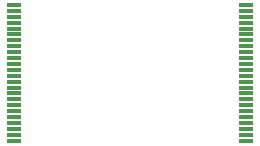
<source format=gbr>
%TF.GenerationSoftware,KiCad,Pcbnew,(6.0.5)*%
%TF.CreationDate,2023-05-24T20:51:29+03:00*%
%TF.ProjectId,USB_MASS_STORAGE_DEVICE,5553425f-4d41-4535-935f-53544f524147,rev?*%
%TF.SameCoordinates,Original*%
%TF.FileFunction,Paste,Bot*%
%TF.FilePolarity,Positive*%
%FSLAX46Y46*%
G04 Gerber Fmt 4.6, Leading zero omitted, Abs format (unit mm)*
G04 Created by KiCad (PCBNEW (6.0.5)) date 2023-05-24 20:51:29*
%MOMM*%
%LPD*%
G01*
G04 APERTURE LIST*
%ADD10R,1.275000X0.300000*%
G04 APERTURE END LIST*
D10*
%TO.C,K9GAG08U0E*%
X118562000Y-101875000D03*
X118562000Y-101375000D03*
X118562000Y-100875000D03*
X118562000Y-100375000D03*
X118562000Y-99875000D03*
X118562000Y-99375000D03*
X118562000Y-98875000D03*
X118562000Y-98375000D03*
X118562000Y-97875000D03*
X118562000Y-97375000D03*
X118562000Y-96875000D03*
X118562000Y-96375000D03*
X118562000Y-95875000D03*
X118562000Y-95375000D03*
X118562000Y-94875000D03*
X118562000Y-94375000D03*
X118562000Y-93875000D03*
X118562000Y-93375000D03*
X118562000Y-92875000D03*
X118562000Y-92375000D03*
X118562000Y-91875000D03*
X118562000Y-91375000D03*
X118562000Y-90875000D03*
X118562000Y-90375000D03*
X138238000Y-90375000D03*
X138238000Y-90875000D03*
X138238000Y-91375000D03*
X138238000Y-91875000D03*
X138238000Y-92375000D03*
X138238000Y-92875000D03*
X138238000Y-93375000D03*
X138238000Y-93875000D03*
X138238000Y-94375000D03*
X138238000Y-94875000D03*
X138238000Y-95375000D03*
X138238000Y-95875000D03*
X138238000Y-96375000D03*
X138238000Y-96875000D03*
X138238000Y-97375000D03*
X138238000Y-97875000D03*
X138238000Y-98375000D03*
X138238000Y-98875000D03*
X138238000Y-99375000D03*
X138238000Y-99875000D03*
X138238000Y-100375000D03*
X138238000Y-100875000D03*
X138238000Y-101375000D03*
X138238000Y-101875000D03*
%TD*%
M02*

</source>
